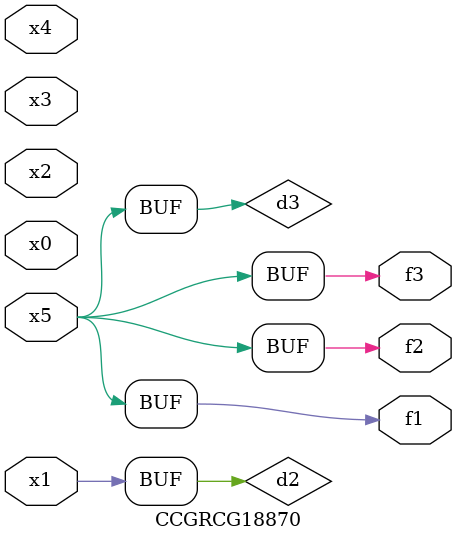
<source format=v>
module CCGRCG18870(
	input x0, x1, x2, x3, x4, x5,
	output f1, f2, f3
);

	wire d1, d2, d3;

	not (d1, x5);
	or (d2, x1);
	xnor (d3, d1);
	assign f1 = d3;
	assign f2 = d3;
	assign f3 = d3;
endmodule

</source>
